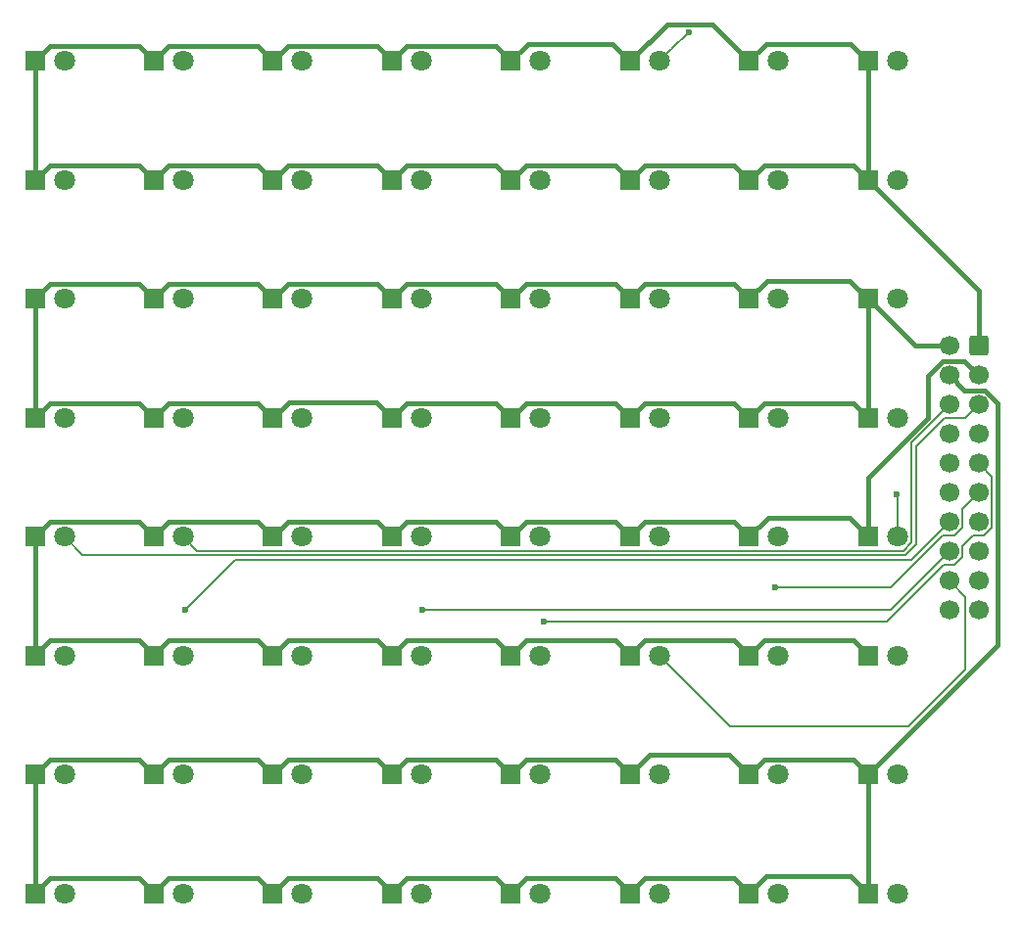
<source format=gbr>
%TF.GenerationSoftware,KiCad,Pcbnew,9.0.6-9.0.6~ubuntu22.04.1*%
%TF.CreationDate,2026-01-06T15:49:18-05:00*%
%TF.ProjectId,Hyperdrift-Grid,48797065-7264-4726-9966-742d47726964,rev?*%
%TF.SameCoordinates,Original*%
%TF.FileFunction,Copper,L2,Bot*%
%TF.FilePolarity,Positive*%
%FSLAX46Y46*%
G04 Gerber Fmt 4.6, Leading zero omitted, Abs format (unit mm)*
G04 Created by KiCad (PCBNEW 9.0.6-9.0.6~ubuntu22.04.1) date 2026-01-06 15:49:18*
%MOMM*%
%LPD*%
G01*
G04 APERTURE LIST*
G04 Aperture macros list*
%AMRoundRect*
0 Rectangle with rounded corners*
0 $1 Rounding radius*
0 $2 $3 $4 $5 $6 $7 $8 $9 X,Y pos of 4 corners*
0 Add a 4 corners polygon primitive as box body*
4,1,4,$2,$3,$4,$5,$6,$7,$8,$9,$2,$3,0*
0 Add four circle primitives for the rounded corners*
1,1,$1+$1,$2,$3*
1,1,$1+$1,$4,$5*
1,1,$1+$1,$6,$7*
1,1,$1+$1,$8,$9*
0 Add four rect primitives between the rounded corners*
20,1,$1+$1,$2,$3,$4,$5,0*
20,1,$1+$1,$4,$5,$6,$7,0*
20,1,$1+$1,$6,$7,$8,$9,0*
20,1,$1+$1,$8,$9,$2,$3,0*%
G04 Aperture macros list end*
%TA.AperFunction,ComponentPad*%
%ADD10C,1.700000*%
%TD*%
%TA.AperFunction,ComponentPad*%
%ADD11RoundRect,0.250000X0.600000X0.600000X-0.600000X0.600000X-0.600000X-0.600000X0.600000X-0.600000X0*%
%TD*%
%TA.AperFunction,ComponentPad*%
%ADD12C,1.800000*%
%TD*%
%TA.AperFunction,ComponentPad*%
%ADD13R,1.800000X1.800000*%
%TD*%
%TA.AperFunction,ViaPad*%
%ADD14C,0.600000*%
%TD*%
%TA.AperFunction,Conductor*%
%ADD15C,0.400000*%
%TD*%
%TA.AperFunction,Conductor*%
%ADD16C,0.200000*%
%TD*%
G04 APERTURE END LIST*
D10*
%TO.P,J1,20,Pin_20*%
%TO.N,SRC_{15}*%
X170627330Y-100500000D03*
%TO.P,J1,19,Pin_19*%
%TO.N,SRC_{14}*%
X173167330Y-100500000D03*
%TO.P,J1,18,Pin_18*%
%TO.N,SRC_{13}*%
X170627330Y-97960000D03*
%TO.P,J1,17,Pin_17*%
%TO.N,SRC_{12}*%
X173167330Y-97960000D03*
%TO.P,J1,16,Pin_16*%
%TO.N,SRC_{11}*%
X170627330Y-95420000D03*
%TO.P,J1,15,Pin_15*%
%TO.N,SRC_{10}*%
X173167330Y-95420000D03*
%TO.P,J1,14,Pin_14*%
%TO.N,SRC_{09}*%
X170627330Y-92880000D03*
%TO.P,J1,13,Pin_13*%
%TO.N,SRC_{08}*%
X173167330Y-92880000D03*
%TO.P,J1,12,Pin_12*%
%TO.N,SRC_{07}*%
X170627330Y-90340000D03*
%TO.P,J1,11,Pin_11*%
%TO.N,SRC_{06}*%
X173167330Y-90340000D03*
%TO.P,J1,10,Pin_10*%
%TO.N,SRC_{05}*%
X170627330Y-87800000D03*
%TO.P,J1,9,Pin_9*%
%TO.N,SRC_{04}*%
X173167330Y-87800000D03*
%TO.P,J1,8,Pin_8*%
%TO.N,SRC_{03}*%
X170627330Y-85260000D03*
%TO.P,J1,7,Pin_7*%
%TO.N,SRC_{02}*%
X173167330Y-85260000D03*
%TO.P,J1,6,Pin_6*%
%TO.N,SRC_{01}*%
X170627330Y-82720000D03*
%TO.P,J1,5,Pin_5*%
%TO.N,SRC_{00}*%
X173167330Y-82720000D03*
%TO.P,J1,4,Pin_4*%
%TO.N,SINK_{03}*%
X170627330Y-80180000D03*
%TO.P,J1,3,Pin_3*%
%TO.N,SINK_{02}*%
X173167330Y-80180000D03*
%TO.P,J1,2,Pin_2*%
%TO.N,SINK_{01}*%
X170627330Y-77640000D03*
D11*
%TO.P,J1,1,Pin_1*%
%TO.N,SINK_{00}*%
X173167330Y-77640000D03*
%TD*%
D12*
%TO.P,D50,2,A*%
%TO.N,SRC_{01}*%
X104453044Y-114714285D03*
D13*
%TO.P,D50,1,K*%
%TO.N,SINK_{03}*%
X101913044Y-114714285D03*
%TD*%
D12*
%TO.P,D17,2,A*%
%TO.N,SRC_{00}*%
X94167330Y-73571428D03*
D13*
%TO.P,D17,1,K*%
%TO.N,SINK_{01}*%
X91627330Y-73571428D03*
%TD*%
D12*
%TO.P,D39,2,A*%
%TO.N,SRC_{06}*%
X155881615Y-94142857D03*
D13*
%TO.P,D39,1,K*%
%TO.N,SINK_{02}*%
X153341615Y-94142857D03*
%TD*%
D12*
%TO.P,D34,2,A*%
%TO.N,SRC_{01}*%
X104453044Y-94142857D03*
D13*
%TO.P,D34,1,K*%
%TO.N,SINK_{02}*%
X101913044Y-94142857D03*
%TD*%
D12*
%TO.P,D31,2,A*%
%TO.N,SRC_{14}*%
X155881615Y-83857142D03*
D13*
%TO.P,D31,1,K*%
%TO.N,SINK_{01}*%
X153341615Y-83857142D03*
%TD*%
D12*
%TO.P,D46,2,A*%
%TO.N,SRC_{13}*%
X145595901Y-104428571D03*
D13*
%TO.P,D46,1,K*%
%TO.N,SINK_{02}*%
X143055901Y-104428571D03*
%TD*%
D12*
%TO.P,D7,2,A*%
%TO.N,SRC_{06}*%
X155881615Y-53000000D03*
D13*
%TO.P,D7,1,K*%
%TO.N,SINK_{00}*%
X153341615Y-53000000D03*
%TD*%
D12*
%TO.P,D16,2,A*%
%TO.N,SRC_{15}*%
X166167330Y-63285714D03*
D13*
%TO.P,D16,1,K*%
%TO.N,SINK_{00}*%
X163627330Y-63285714D03*
%TD*%
D12*
%TO.P,D20,2,A*%
%TO.N,SRC_{03}*%
X125024472Y-73571428D03*
D13*
%TO.P,D20,1,K*%
%TO.N,SINK_{01}*%
X122484472Y-73571428D03*
%TD*%
D12*
%TO.P,D45,2,A*%
%TO.N,SRC_{12}*%
X135310187Y-104428571D03*
D13*
%TO.P,D45,1,K*%
%TO.N,SINK_{02}*%
X132770187Y-104428571D03*
%TD*%
D12*
%TO.P,D47,2,A*%
%TO.N,SRC_{14}*%
X155881615Y-104428571D03*
D13*
%TO.P,D47,1,K*%
%TO.N,SINK_{02}*%
X153341615Y-104428571D03*
%TD*%
D12*
%TO.P,D51,2,A*%
%TO.N,SRC_{02}*%
X114738758Y-114714285D03*
D13*
%TO.P,D51,1,K*%
%TO.N,SINK_{03}*%
X112198758Y-114714285D03*
%TD*%
D12*
%TO.P,D56,2,A*%
%TO.N,SRC_{07}*%
X166167330Y-114714285D03*
D13*
%TO.P,D56,1,K*%
%TO.N,SINK_{03}*%
X163627330Y-114714285D03*
%TD*%
D12*
%TO.P,D3,2,A*%
%TO.N,SRC_{02}*%
X114738758Y-53000000D03*
D13*
%TO.P,D3,1,K*%
%TO.N,SINK_{00}*%
X112198758Y-53000000D03*
%TD*%
D12*
%TO.P,D58,2,A*%
%TO.N,SRC_{09}*%
X104453044Y-125000000D03*
D13*
%TO.P,D58,1,K*%
%TO.N,SINK_{03}*%
X101913044Y-125000000D03*
%TD*%
D12*
%TO.P,D13,2,A*%
%TO.N,SRC_{12}*%
X135310187Y-63285714D03*
D13*
%TO.P,D13,1,K*%
%TO.N,SINK_{00}*%
X132770187Y-63285714D03*
%TD*%
D12*
%TO.P,D25,2,A*%
%TO.N,SRC_{08}*%
X94167330Y-83857142D03*
D13*
%TO.P,D25,1,K*%
%TO.N,SINK_{01}*%
X91627330Y-83857142D03*
%TD*%
D12*
%TO.P,D44,2,A*%
%TO.N,SRC_{11}*%
X125024472Y-104428571D03*
D13*
%TO.P,D44,1,K*%
%TO.N,SINK_{02}*%
X122484472Y-104428571D03*
%TD*%
D12*
%TO.P,D41,2,A*%
%TO.N,SRC_{08}*%
X94167330Y-104428571D03*
D13*
%TO.P,D41,1,K*%
%TO.N,SINK_{02}*%
X91627330Y-104428571D03*
%TD*%
D12*
%TO.P,D48,2,A*%
%TO.N,SRC_{15}*%
X166167330Y-104428571D03*
D13*
%TO.P,D48,1,K*%
%TO.N,SINK_{02}*%
X163627330Y-104428571D03*
%TD*%
%TO.P,D1,1,K*%
%TO.N,SINK_{00}*%
X91627330Y-53000000D03*
D12*
%TO.P,D1,2,A*%
%TO.N,SRC_{00}*%
X94167330Y-53000000D03*
%TD*%
%TO.P,D38,2,A*%
%TO.N,SRC_{05}*%
X145595901Y-94142857D03*
D13*
%TO.P,D38,1,K*%
%TO.N,SINK_{02}*%
X143055901Y-94142857D03*
%TD*%
D12*
%TO.P,D61,2,A*%
%TO.N,SRC_{12}*%
X135310187Y-125000000D03*
D13*
%TO.P,D61,1,K*%
%TO.N,SINK_{03}*%
X132770187Y-125000000D03*
%TD*%
D12*
%TO.P,D15,2,A*%
%TO.N,SRC_{14}*%
X155881615Y-63285714D03*
D13*
%TO.P,D15,1,K*%
%TO.N,SINK_{00}*%
X153341615Y-63285714D03*
%TD*%
D12*
%TO.P,D10,2,A*%
%TO.N,SRC_{09}*%
X104453044Y-63285714D03*
D13*
%TO.P,D10,1,K*%
%TO.N,SINK_{00}*%
X101913044Y-63285714D03*
%TD*%
D12*
%TO.P,D9,2,A*%
%TO.N,SRC_{08}*%
X94167330Y-63285714D03*
D13*
%TO.P,D9,1,K*%
%TO.N,SINK_{00}*%
X91627330Y-63285714D03*
%TD*%
D12*
%TO.P,D2,2,A*%
%TO.N,SRC_{01}*%
X104453044Y-53000000D03*
D13*
%TO.P,D2,1,K*%
%TO.N,SINK_{00}*%
X101913044Y-53000000D03*
%TD*%
D12*
%TO.P,D59,2,A*%
%TO.N,SRC_{10}*%
X114738758Y-125000000D03*
D13*
%TO.P,D59,1,K*%
%TO.N,SINK_{03}*%
X112198758Y-125000000D03*
%TD*%
D12*
%TO.P,D22,2,A*%
%TO.N,SRC_{05}*%
X145595901Y-73571428D03*
D13*
%TO.P,D22,1,K*%
%TO.N,SINK_{01}*%
X143055901Y-73571428D03*
%TD*%
D12*
%TO.P,D8,2,A*%
%TO.N,SRC_{07}*%
X166167330Y-53000000D03*
D13*
%TO.P,D8,1,K*%
%TO.N,SINK_{00}*%
X163627330Y-53000000D03*
%TD*%
D12*
%TO.P,D11,2,A*%
%TO.N,SRC_{10}*%
X114738758Y-63285714D03*
D13*
%TO.P,D11,1,K*%
%TO.N,SINK_{00}*%
X112198758Y-63285714D03*
%TD*%
D12*
%TO.P,D62,2,A*%
%TO.N,SRC_{13}*%
X145595901Y-125000000D03*
D13*
%TO.P,D62,1,K*%
%TO.N,SINK_{03}*%
X143055901Y-125000000D03*
%TD*%
D12*
%TO.P,D53,2,A*%
%TO.N,SRC_{04}*%
X135310187Y-114714285D03*
D13*
%TO.P,D53,1,K*%
%TO.N,SINK_{03}*%
X132770187Y-114714285D03*
%TD*%
D12*
%TO.P,D40,2,A*%
%TO.N,SRC_{07}*%
X166167330Y-94142857D03*
D13*
%TO.P,D40,1,K*%
%TO.N,SINK_{02}*%
X163627330Y-94142857D03*
%TD*%
D12*
%TO.P,D19,2,A*%
%TO.N,SRC_{02}*%
X114738758Y-73571428D03*
D13*
%TO.P,D19,1,K*%
%TO.N,SINK_{01}*%
X112198758Y-73571428D03*
%TD*%
D12*
%TO.P,D28,2,A*%
%TO.N,SRC_{11}*%
X125024472Y-83857142D03*
D13*
%TO.P,D28,1,K*%
%TO.N,SINK_{01}*%
X122484472Y-83857142D03*
%TD*%
D12*
%TO.P,D64,2,A*%
%TO.N,SRC_{15}*%
X166167330Y-125000000D03*
D13*
%TO.P,D64,1,K*%
%TO.N,SINK_{03}*%
X163627330Y-125000000D03*
%TD*%
D12*
%TO.P,D60,2,A*%
%TO.N,SRC_{11}*%
X125024472Y-125000000D03*
D13*
%TO.P,D60,1,K*%
%TO.N,SINK_{03}*%
X122484472Y-125000000D03*
%TD*%
D12*
%TO.P,D26,2,A*%
%TO.N,SRC_{09}*%
X104453044Y-83857142D03*
D13*
%TO.P,D26,1,K*%
%TO.N,SINK_{01}*%
X101913044Y-83857142D03*
%TD*%
D12*
%TO.P,D12,2,A*%
%TO.N,SRC_{11}*%
X125024472Y-63285714D03*
D13*
%TO.P,D12,1,K*%
%TO.N,SINK_{00}*%
X122484472Y-63285714D03*
%TD*%
D12*
%TO.P,D43,2,A*%
%TO.N,SRC_{10}*%
X114738758Y-104428571D03*
D13*
%TO.P,D43,1,K*%
%TO.N,SINK_{02}*%
X112198758Y-104428571D03*
%TD*%
D12*
%TO.P,D57,2,A*%
%TO.N,SRC_{08}*%
X94167330Y-125000000D03*
D13*
%TO.P,D57,1,K*%
%TO.N,SINK_{03}*%
X91627330Y-125000000D03*
%TD*%
D12*
%TO.P,D21,2,A*%
%TO.N,SRC_{04}*%
X135310187Y-73571428D03*
D13*
%TO.P,D21,1,K*%
%TO.N,SINK_{01}*%
X132770187Y-73571428D03*
%TD*%
D12*
%TO.P,D6,2,A*%
%TO.N,SRC_{05}*%
X145595901Y-53000000D03*
D13*
%TO.P,D6,1,K*%
%TO.N,SINK_{00}*%
X143055901Y-53000000D03*
%TD*%
D12*
%TO.P,D14,2,A*%
%TO.N,SRC_{13}*%
X145595901Y-63285714D03*
D13*
%TO.P,D14,1,K*%
%TO.N,SINK_{00}*%
X143055901Y-63285714D03*
%TD*%
D12*
%TO.P,D30,2,A*%
%TO.N,SRC_{13}*%
X145595901Y-83857142D03*
D13*
%TO.P,D30,1,K*%
%TO.N,SINK_{01}*%
X143055901Y-83857142D03*
%TD*%
D12*
%TO.P,D27,2,A*%
%TO.N,SRC_{10}*%
X114738758Y-83857142D03*
D13*
%TO.P,D27,1,K*%
%TO.N,SINK_{01}*%
X112198758Y-83857142D03*
%TD*%
D12*
%TO.P,D4,2,A*%
%TO.N,SRC_{03}*%
X125024472Y-53000000D03*
D13*
%TO.P,D4,1,K*%
%TO.N,SINK_{00}*%
X122484472Y-53000000D03*
%TD*%
D12*
%TO.P,D42,2,A*%
%TO.N,SRC_{09}*%
X104453044Y-104428571D03*
D13*
%TO.P,D42,1,K*%
%TO.N,SINK_{02}*%
X101913044Y-104428571D03*
%TD*%
D12*
%TO.P,D32,2,A*%
%TO.N,SRC_{15}*%
X166167330Y-83857142D03*
D13*
%TO.P,D32,1,K*%
%TO.N,SINK_{01}*%
X163627330Y-83857142D03*
%TD*%
D12*
%TO.P,D33,2,A*%
%TO.N,SRC_{00}*%
X94167330Y-94142857D03*
D13*
%TO.P,D33,1,K*%
%TO.N,SINK_{02}*%
X91627330Y-94142857D03*
%TD*%
D12*
%TO.P,D54,2,A*%
%TO.N,SRC_{05}*%
X145595901Y-114714285D03*
D13*
%TO.P,D54,1,K*%
%TO.N,SINK_{03}*%
X143055901Y-114714285D03*
%TD*%
D12*
%TO.P,D55,2,A*%
%TO.N,SRC_{06}*%
X155881615Y-114714285D03*
D13*
%TO.P,D55,1,K*%
%TO.N,SINK_{03}*%
X153341615Y-114714285D03*
%TD*%
D12*
%TO.P,D52,2,A*%
%TO.N,SRC_{03}*%
X125024472Y-114714285D03*
D13*
%TO.P,D52,1,K*%
%TO.N,SINK_{03}*%
X122484472Y-114714285D03*
%TD*%
D12*
%TO.P,D18,2,A*%
%TO.N,SRC_{01}*%
X104453044Y-73571428D03*
D13*
%TO.P,D18,1,K*%
%TO.N,SINK_{01}*%
X101913044Y-73571428D03*
%TD*%
D12*
%TO.P,D63,2,A*%
%TO.N,SRC_{14}*%
X155881615Y-125000000D03*
D13*
%TO.P,D63,1,K*%
%TO.N,SINK_{03}*%
X153341615Y-125000000D03*
%TD*%
D12*
%TO.P,D37,2,A*%
%TO.N,SRC_{04}*%
X135310187Y-94142857D03*
D13*
%TO.P,D37,1,K*%
%TO.N,SINK_{02}*%
X132770187Y-94142857D03*
%TD*%
D12*
%TO.P,D36,2,A*%
%TO.N,SRC_{03}*%
X125024472Y-94142857D03*
D13*
%TO.P,D36,1,K*%
%TO.N,SINK_{02}*%
X122484472Y-94142857D03*
%TD*%
D12*
%TO.P,D23,2,A*%
%TO.N,SRC_{06}*%
X155881615Y-73571428D03*
D13*
%TO.P,D23,1,K*%
%TO.N,SINK_{01}*%
X153341615Y-73571428D03*
%TD*%
D12*
%TO.P,D5,2,A*%
%TO.N,SRC_{04}*%
X135310187Y-53000000D03*
D13*
%TO.P,D5,1,K*%
%TO.N,SINK_{00}*%
X132770187Y-53000000D03*
%TD*%
D12*
%TO.P,D35,2,A*%
%TO.N,SRC_{02}*%
X114738758Y-94142857D03*
D13*
%TO.P,D35,1,K*%
%TO.N,SINK_{02}*%
X112198758Y-94142857D03*
%TD*%
D12*
%TO.P,D29,2,A*%
%TO.N,SRC_{12}*%
X135310187Y-83857142D03*
D13*
%TO.P,D29,1,K*%
%TO.N,SINK_{01}*%
X132770187Y-83857142D03*
%TD*%
D12*
%TO.P,D24,2,A*%
%TO.N,SRC_{07}*%
X166167330Y-73571428D03*
D13*
%TO.P,D24,1,K*%
%TO.N,SINK_{01}*%
X163627330Y-73571428D03*
%TD*%
D12*
%TO.P,D49,2,A*%
%TO.N,SRC_{00}*%
X94167330Y-114714285D03*
D13*
%TO.P,D49,1,K*%
%TO.N,SINK_{03}*%
X91627330Y-114714285D03*
%TD*%
D14*
%TO.N,SRC_{11}*%
X125127330Y-100500000D03*
%TO.N,SRC_{09}*%
X104627330Y-100500000D03*
%TO.N,SRC_{07}*%
X166127330Y-90500000D03*
%TO.N,SRC_{06}*%
X155627330Y-98500000D03*
%TO.N,SRC_{04}*%
X135627330Y-101500000D03*
%TO.N,SRC_{05}*%
X148127330Y-50500000D03*
%TD*%
D15*
%TO.N,SINK_{03}*%
X123785472Y-123699000D02*
X131469187Y-123699000D01*
%TO.N,SINK_{01}*%
X100612044Y-72270428D02*
X101913044Y-73571428D01*
%TO.N,SINK_{00}*%
X110897758Y-61984714D02*
X112198758Y-63285714D01*
%TO.N,SINK_{02}*%
X122484472Y-104428571D02*
X123785472Y-103127571D01*
%TO.N,SINK_{00}*%
X121183472Y-61984714D02*
X122484472Y-63285714D01*
%TO.N,SINK_{01}*%
X101913044Y-83857142D02*
X103214044Y-82556142D01*
%TO.N,SINK_{03}*%
X153341615Y-114714285D02*
X151627330Y-113000000D01*
%TO.N,SINK_{02}*%
X152040615Y-92841857D02*
X153341615Y-94142857D01*
%TO.N,SINK_{00}*%
X132770187Y-63285714D02*
X134071187Y-61984714D01*
X173167330Y-72825714D02*
X163627330Y-63285714D01*
X123785472Y-51699000D02*
X131469187Y-51699000D01*
%TO.N,SINK_{03}*%
X113499758Y-113413285D02*
X121183472Y-113413285D01*
D16*
%TO.N,SRC_{09}*%
X108981473Y-96145857D02*
X104627330Y-100500000D01*
D15*
%TO.N,SINK_{03}*%
X154841615Y-123500000D02*
X153341615Y-125000000D01*
%TO.N,SINK_{00}*%
X122484472Y-63285714D02*
X123785472Y-61984714D01*
%TO.N,SINK_{02}*%
X92928330Y-92841857D02*
X100612044Y-92841857D01*
%TO.N,SINK_{01}*%
X121183472Y-72270428D02*
X122484472Y-73571428D01*
X113555900Y-82500000D02*
X121127330Y-82500000D01*
D16*
%TO.N,SRC_{07}*%
X166167330Y-90540000D02*
X166167330Y-94142857D01*
D15*
%TO.N,SINK_{02}*%
X121183472Y-103127571D02*
X122484472Y-104428571D01*
%TO.N,SINK_{01}*%
X141754901Y-72270428D02*
X143055901Y-73571428D01*
%TO.N,SINK_{02}*%
X153341615Y-94142857D02*
X154984472Y-92500000D01*
%TO.N,SINK_{01}*%
X110897758Y-82556142D02*
X112198758Y-83857142D01*
%TO.N,SINK_{03}*%
X121183472Y-113413285D02*
X122484472Y-114714285D01*
%TO.N,SINK_{00}*%
X100612044Y-51699000D02*
X101913044Y-53000000D01*
%TO.N,SINK_{02}*%
X143055901Y-94142857D02*
X144356901Y-92841857D01*
%TO.N,SINK_{01}*%
X162055902Y-72000000D02*
X154913043Y-72000000D01*
X144356901Y-72270428D02*
X152040615Y-72270428D01*
%TO.N,SINK_{02}*%
X163627330Y-89000000D02*
X168775330Y-83852000D01*
D16*
%TO.N,SRC_{09}*%
X167361473Y-96145857D02*
X108981473Y-96145857D01*
D15*
%TO.N,SINK_{01}*%
X131469187Y-72270428D02*
X132770187Y-73571428D01*
%TO.N,SINK_{00}*%
X143055901Y-63285714D02*
X144356901Y-61984714D01*
%TO.N,SINK_{03}*%
X162127330Y-123500000D02*
X154841615Y-123500000D01*
%TO.N,SINK_{00}*%
X162127330Y-51500000D02*
X154841615Y-51500000D01*
%TO.N,SINK_{01}*%
X100612044Y-82556142D02*
X101913044Y-83857142D01*
%TO.N,SINK_{03}*%
X152040615Y-123699000D02*
X153341615Y-125000000D01*
X113499758Y-123699000D02*
X121183472Y-123699000D01*
%TO.N,SINK_{00}*%
X162326330Y-61984714D02*
X163627330Y-63285714D01*
%TO.N,SINK_{01}*%
X112198758Y-73571428D02*
X113499758Y-72270428D01*
%TO.N,SINK_{00}*%
X154642615Y-61984714D02*
X162326330Y-61984714D01*
%TO.N,SINK_{02}*%
X132770187Y-94142857D02*
X134071187Y-92841857D01*
%TO.N,SINK_{00}*%
X113499758Y-51699000D02*
X121183472Y-51699000D01*
X123785472Y-61984714D02*
X131469187Y-61984714D01*
X173167330Y-77640000D02*
X173167330Y-72825714D01*
%TO.N,SINK_{03}*%
X151627330Y-113000000D02*
X144770186Y-113000000D01*
%TO.N,SINK_{00}*%
X152040615Y-61984714D02*
X153341615Y-63285714D01*
%TO.N,SINK_{03}*%
X143055901Y-114714285D02*
X141754901Y-113413285D01*
%TO.N,SINK_{00}*%
X150140614Y-49799000D02*
X153341615Y-53000000D01*
X146256901Y-49799000D02*
X150140614Y-49799000D01*
%TO.N,SINK_{01}*%
X91627330Y-73571428D02*
X92928330Y-72270428D01*
D16*
%TO.N,SRC_{06}*%
X165574430Y-98500000D02*
X155627330Y-98500000D01*
D15*
%TO.N,SINK_{03}*%
X163627330Y-114714285D02*
X174819330Y-103522286D01*
X100612044Y-123699000D02*
X101913044Y-125000000D01*
D16*
%TO.N,SRC_{01}*%
X167368330Y-94640328D02*
X166664801Y-95343857D01*
D15*
%TO.N,SINK_{03}*%
X101913044Y-125000000D02*
X103214044Y-123699000D01*
X163627330Y-125000000D02*
X163627330Y-114714285D01*
%TO.N,SINK_{01}*%
X122484472Y-73571428D02*
X123785472Y-72270428D01*
%TO.N,SINK_{00}*%
X92928330Y-61984714D02*
X100612044Y-61984714D01*
%TO.N,SINK_{01}*%
X154913043Y-72000000D02*
X153341615Y-73571428D01*
%TO.N,SINK_{03}*%
X123785472Y-113413285D02*
X131469187Y-113413285D01*
X122484472Y-114714285D02*
X123785472Y-113413285D01*
X91627330Y-114714285D02*
X92928330Y-113413285D01*
X112198758Y-125000000D02*
X113499758Y-123699000D01*
%TO.N,SINK_{01}*%
X123785472Y-82556142D02*
X131469187Y-82556142D01*
%TO.N,SINK_{03}*%
X163627330Y-125000000D02*
X162127330Y-123500000D01*
%TO.N,SINK_{01}*%
X103214044Y-82556142D02*
X110897758Y-82556142D01*
%TO.N,SINK_{00}*%
X91627330Y-63285714D02*
X92928330Y-61984714D01*
%TO.N,SINK_{01}*%
X152040615Y-72270428D02*
X153341615Y-73571428D01*
%TO.N,SINK_{02}*%
X91627330Y-94142857D02*
X92928330Y-92841857D01*
X122484472Y-94142857D02*
X123785472Y-92841857D01*
%TO.N,SINK_{03}*%
X131469187Y-123699000D02*
X132770187Y-125000000D01*
%TO.N,SINK_{02}*%
X101913044Y-94142857D02*
X103214044Y-92841857D01*
D16*
%TO.N,SRC_{13}*%
X151667330Y-110500000D02*
X145595901Y-104428571D01*
D15*
%TO.N,SINK_{03}*%
X91627330Y-125000000D02*
X92928330Y-123699000D01*
%TO.N,SINK_{00}*%
X134071187Y-61984714D02*
X141754901Y-61984714D01*
%TO.N,SINK_{03}*%
X92928330Y-123699000D02*
X100612044Y-123699000D01*
%TO.N,SINK_{02}*%
X134071187Y-92841857D02*
X141754901Y-92841857D01*
X132770187Y-104428571D02*
X134071187Y-103127571D01*
%TO.N,SINK_{01}*%
X101913044Y-73571428D02*
X103214044Y-72270428D01*
%TO.N,SINK_{03}*%
X100612044Y-113413285D02*
X101913044Y-114714285D01*
%TO.N,SINK_{02}*%
X110897758Y-92841857D02*
X112198758Y-94142857D01*
%TO.N,SINK_{00}*%
X92928330Y-51699000D02*
X100612044Y-51699000D01*
D16*
%TO.N,SRC_{06}*%
X171104090Y-94031000D02*
X170043430Y-94031000D01*
D15*
%TO.N,SINK_{00}*%
X132770187Y-53000000D02*
X134270187Y-51500000D01*
%TO.N,SINK_{01}*%
X110897758Y-72270428D02*
X112198758Y-73571428D01*
%TO.N,SINK_{03}*%
X110897758Y-123699000D02*
X112198758Y-125000000D01*
%TO.N,SINK_{02}*%
X144356901Y-103127571D02*
X152040615Y-103127571D01*
X154984472Y-92500000D02*
X161984473Y-92500000D01*
%TO.N,SINK_{00}*%
X110897758Y-51699000D02*
X112198758Y-53000000D01*
%TO.N,SINK_{01}*%
X103214044Y-72270428D02*
X110897758Y-72270428D01*
D16*
%TO.N,SRC_{05}*%
X146611615Y-51984285D02*
X145595901Y-53000000D01*
D15*
%TO.N,SINK_{02}*%
X91627330Y-94142857D02*
X91627330Y-104428571D01*
%TO.N,SINK_{01}*%
X163627330Y-73571428D02*
X162055902Y-72000000D01*
D16*
%TO.N,SRC_{00}*%
X167769330Y-94806428D02*
X166830901Y-95744857D01*
D15*
%TO.N,SINK_{02}*%
X112198758Y-94142857D02*
X113499758Y-92841857D01*
D16*
%TO.N,SRC_{04}*%
X165221570Y-101500000D02*
X135627330Y-101500000D01*
X173644090Y-94031000D02*
X172690570Y-94031000D01*
D15*
%TO.N,SINK_{01}*%
X143055901Y-83857142D02*
X144356901Y-82556142D01*
X121127330Y-82500000D02*
X122484472Y-83857142D01*
X153341615Y-83857142D02*
X154642615Y-82556142D01*
D16*
%TO.N,SRC_{13}*%
X172016330Y-105611000D02*
X167127330Y-110500000D01*
D15*
%TO.N,SINK_{01}*%
X112198758Y-83857142D02*
X113555900Y-82500000D01*
D16*
%TO.N,SRC_{07}*%
X166127330Y-90500000D02*
X166167330Y-90540000D01*
D15*
%TO.N,SINK_{03}*%
X112198758Y-114714285D02*
X113499758Y-113413285D01*
%TO.N,SINK_{02}*%
X121183472Y-92841857D02*
X122484472Y-94142857D01*
%TO.N,SINK_{01}*%
X154642615Y-82556142D02*
X162326330Y-82556142D01*
%TO.N,SINK_{03}*%
X91627330Y-114714285D02*
X91627330Y-125000000D01*
D16*
%TO.N,SRC_{13}*%
X172016330Y-99349000D02*
X172016330Y-105611000D01*
%TO.N,SRC_{00}*%
X167769330Y-86358000D02*
X167769330Y-94806428D01*
D15*
%TO.N,SINK_{03}*%
X92928330Y-113413285D02*
X100612044Y-113413285D01*
X103214044Y-113413285D02*
X110897758Y-113413285D01*
X110897758Y-113413285D02*
X112198758Y-114714285D01*
X174819330Y-103522286D02*
X174819330Y-82602818D01*
%TO.N,SINK_{02}*%
X143055901Y-104428571D02*
X144356901Y-103127571D01*
D16*
%TO.N,SRC_{09}*%
X170627330Y-92880000D02*
X167361473Y-96145857D01*
D15*
%TO.N,SINK_{01}*%
X170627330Y-77640000D02*
X167695902Y-77640000D01*
X91627330Y-83857142D02*
X92928330Y-82556142D01*
D16*
%TO.N,SRC_{00}*%
X166830901Y-95744857D02*
X95769330Y-95744857D01*
%TO.N,SRC_{04}*%
X171778330Y-94943240D02*
X171778330Y-95896760D01*
X171104090Y-96571000D02*
X170150570Y-96571000D01*
X174318330Y-93356760D02*
X173644090Y-94031000D01*
D15*
%TO.N,SINK_{01}*%
X141754901Y-82556142D02*
X143055901Y-83857142D01*
%TO.N,SINK_{03}*%
X101913044Y-114714285D02*
X103214044Y-113413285D01*
D16*
%TO.N,SRC_{00}*%
X95769330Y-95744857D02*
X94167330Y-94142857D01*
%TO.N,SRC_{04}*%
X174318330Y-88951000D02*
X174318330Y-93356760D01*
X170150570Y-96571000D02*
X165221570Y-101500000D01*
X173167330Y-87800000D02*
X174318330Y-88951000D01*
D15*
%TO.N,SINK_{03}*%
X141754901Y-113413285D02*
X134071187Y-113413285D01*
%TO.N,SINK_{02}*%
X154642615Y-103127571D02*
X162326330Y-103127571D01*
X162326330Y-103127571D02*
X163627330Y-104428571D01*
X153341615Y-104428571D02*
X154642615Y-103127571D01*
%TO.N,SINK_{00}*%
X163627330Y-53000000D02*
X162127330Y-51500000D01*
D16*
%TO.N,SRC_{06}*%
X171778330Y-93356760D02*
X171104090Y-94031000D01*
D15*
%TO.N,SINK_{00}*%
X112198758Y-53000000D02*
X113499758Y-51699000D01*
X163627330Y-63285714D02*
X163627330Y-53000000D01*
%TO.N,SINK_{02}*%
X171916330Y-78929000D02*
X173167330Y-80180000D01*
D16*
%TO.N,SRC_{00}*%
X173167330Y-82720000D02*
X172016330Y-83871000D01*
D15*
%TO.N,SINK_{02}*%
X123785472Y-103127571D02*
X131469187Y-103127571D01*
%TO.N,SINK_{01}*%
X91627330Y-83857142D02*
X91627330Y-73571428D01*
%TO.N,SINK_{03}*%
X134071187Y-113413285D02*
X132770187Y-114714285D01*
D16*
%TO.N,SRC_{06}*%
X173167330Y-90340000D02*
X171778330Y-91729000D01*
D15*
%TO.N,SINK_{01}*%
X122484472Y-83857142D02*
X123785472Y-82556142D01*
D16*
%TO.N,SRC_{01}*%
X166664801Y-95343857D02*
X105654044Y-95343857D01*
D15*
%TO.N,SINK_{02}*%
X141754901Y-92841857D02*
X143055901Y-94142857D01*
X91627330Y-104428571D02*
X92928330Y-103127571D01*
%TO.N,SINK_{01}*%
X143055901Y-73571428D02*
X144356901Y-72270428D01*
%TO.N,SINK_{00}*%
X153341615Y-63285714D02*
X154642615Y-61984714D01*
D16*
%TO.N,SRC_{13}*%
X170627330Y-97960000D02*
X172016330Y-99349000D01*
%TO.N,SRC_{00}*%
X172016330Y-83871000D02*
X170256330Y-83871000D01*
D15*
%TO.N,SINK_{03}*%
X171916330Y-81469000D02*
X170627330Y-80180000D01*
%TO.N,SINK_{02}*%
X103214044Y-103127571D02*
X110897758Y-103127571D01*
%TO.N,SINK_{03}*%
X154642615Y-113413285D02*
X153341615Y-114714285D01*
%TO.N,SINK_{00}*%
X112198758Y-63285714D02*
X113499758Y-61984714D01*
%TO.N,SINK_{03}*%
X103214044Y-123699000D02*
X110897758Y-123699000D01*
%TO.N,SINK_{01}*%
X132770187Y-83857142D02*
X134071187Y-82556142D01*
%TO.N,SINK_{02}*%
X110897758Y-103127571D02*
X112198758Y-104428571D01*
%TO.N,SINK_{01}*%
X152040615Y-82556142D02*
X153341615Y-83857142D01*
D16*
%TO.N,SRC_{06}*%
X170043430Y-94031000D02*
X165574430Y-98500000D01*
D15*
%TO.N,SINK_{02}*%
X168775330Y-83852000D02*
X168775330Y-80262818D01*
%TO.N,SINK_{03}*%
X144356901Y-123699000D02*
X152040615Y-123699000D01*
%TO.N,SINK_{01}*%
X134071187Y-82556142D02*
X141754901Y-82556142D01*
%TO.N,SINK_{03}*%
X143055901Y-125000000D02*
X144356901Y-123699000D01*
%TO.N,SINK_{02}*%
X141754901Y-103127571D02*
X143055901Y-104428571D01*
X92928330Y-103127571D02*
X100612044Y-103127571D01*
D16*
%TO.N,SRC_{05}*%
X146643045Y-51984285D02*
X148127330Y-50500000D01*
D15*
%TO.N,SINK_{03}*%
X122484472Y-125000000D02*
X123785472Y-123699000D01*
%TO.N,SINK_{02}*%
X113499758Y-92841857D02*
X121183472Y-92841857D01*
%TO.N,SINK_{03}*%
X144770186Y-113000000D02*
X143055901Y-114714285D01*
%TO.N,SINK_{02}*%
X112198758Y-104428571D02*
X113499758Y-103127571D01*
D16*
%TO.N,SRC_{04}*%
X172690570Y-94031000D02*
X171778330Y-94943240D01*
X171778330Y-95896760D02*
X171104090Y-96571000D01*
%TO.N,SRC_{11}*%
X165547330Y-100500000D02*
X125127330Y-100500000D01*
D15*
%TO.N,SINK_{00}*%
X141555901Y-51500000D02*
X143055901Y-53000000D01*
D16*
%TO.N,SRC_{06}*%
X171778330Y-91729000D02*
X171778330Y-93356760D01*
D15*
%TO.N,SINK_{02}*%
X163627330Y-94142857D02*
X163627330Y-89000000D01*
%TO.N,SINK_{00}*%
X134270187Y-51500000D02*
X141555901Y-51500000D01*
X101913044Y-53000000D02*
X103214044Y-51699000D01*
D16*
%TO.N,SRC_{01}*%
X105654044Y-95343857D02*
X104453044Y-94142857D01*
D15*
%TO.N,SINK_{01}*%
X144356901Y-82556142D02*
X152040615Y-82556142D01*
%TO.N,SINK_{00}*%
X91627330Y-63285714D02*
X91627330Y-53000000D01*
X143055901Y-53000000D02*
X146256901Y-49799000D01*
%TO.N,SINK_{02}*%
X113499758Y-103127571D02*
X121183472Y-103127571D01*
X100612044Y-92841857D02*
X101913044Y-94142857D01*
%TO.N,SINK_{03}*%
X134071187Y-123699000D02*
X141754901Y-123699000D01*
%TO.N,SINK_{02}*%
X100612044Y-103127571D02*
X101913044Y-104428571D01*
%TO.N,SINK_{03}*%
X141754901Y-123699000D02*
X143055901Y-125000000D01*
%TO.N,SINK_{02}*%
X161984473Y-92500000D02*
X163627330Y-94142857D01*
%TO.N,SINK_{01}*%
X163627330Y-73571428D02*
X163627330Y-83857142D01*
%TO.N,SINK_{02}*%
X170109148Y-78929000D02*
X171916330Y-78929000D01*
D16*
%TO.N,SRC_{11}*%
X170627330Y-95420000D02*
X165547330Y-100500000D01*
D15*
%TO.N,SINK_{02}*%
X152040615Y-103127571D02*
X153341615Y-104428571D01*
%TO.N,SINK_{01}*%
X123785472Y-72270428D02*
X131469187Y-72270428D01*
X134071187Y-72270428D02*
X141754901Y-72270428D01*
%TO.N,SINK_{00}*%
X101913044Y-63285714D02*
X103214044Y-61984714D01*
%TO.N,SINK_{02}*%
X103214044Y-92841857D02*
X110897758Y-92841857D01*
%TO.N,SINK_{03}*%
X173685512Y-81469000D02*
X171916330Y-81469000D01*
%TO.N,SINK_{02}*%
X168775330Y-80262818D02*
X170109148Y-78929000D01*
%TO.N,SINK_{03}*%
X132770187Y-125000000D02*
X134071187Y-123699000D01*
D16*
%TO.N,SRC_{00}*%
X170256330Y-83871000D02*
X167769330Y-86358000D01*
D15*
%TO.N,SINK_{02}*%
X144356901Y-92841857D02*
X152040615Y-92841857D01*
%TO.N,SINK_{03}*%
X174819330Y-82602818D02*
X173685512Y-81469000D01*
D16*
%TO.N,SRC_{05}*%
X146611615Y-51984285D02*
X146643045Y-51984285D01*
D15*
%TO.N,SINK_{02}*%
X123785472Y-92841857D02*
X131469187Y-92841857D01*
%TO.N,SINK_{00}*%
X103214044Y-61984714D02*
X110897758Y-61984714D01*
%TO.N,SINK_{02}*%
X131469187Y-103127571D02*
X132770187Y-104428571D01*
%TO.N,SINK_{00}*%
X121183472Y-51699000D02*
X122484472Y-53000000D01*
%TO.N,SINK_{02}*%
X101913044Y-104428571D02*
X103214044Y-103127571D01*
%TO.N,SINK_{01}*%
X92928330Y-72270428D02*
X100612044Y-72270428D01*
%TO.N,SINK_{00}*%
X144356901Y-61984714D02*
X152040615Y-61984714D01*
X91627330Y-53000000D02*
X92928330Y-51699000D01*
%TO.N,SINK_{01}*%
X113499758Y-72270428D02*
X121183472Y-72270428D01*
%TO.N,SINK_{00}*%
X131469187Y-61984714D02*
X132770187Y-63285714D01*
X122484472Y-53000000D02*
X123785472Y-51699000D01*
X141754901Y-61984714D02*
X143055901Y-63285714D01*
%TO.N,SINK_{01}*%
X132770187Y-73571428D02*
X134071187Y-72270428D01*
X131469187Y-82556142D02*
X132770187Y-83857142D01*
%TO.N,SINK_{00}*%
X103214044Y-51699000D02*
X110897758Y-51699000D01*
D16*
%TO.N,SRC_{01}*%
X170627330Y-82720000D02*
X167368330Y-85979000D01*
X167368330Y-85979000D02*
X167368330Y-94640328D01*
D15*
%TO.N,SINK_{01}*%
X162326330Y-82556142D02*
X163627330Y-83857142D01*
%TO.N,SINK_{03}*%
X121183472Y-123699000D02*
X122484472Y-125000000D01*
X162326330Y-113413285D02*
X154642615Y-113413285D01*
%TO.N,SINK_{02}*%
X131469187Y-92841857D02*
X132770187Y-94142857D01*
X134071187Y-103127571D02*
X141754901Y-103127571D01*
%TO.N,SINK_{01}*%
X167695902Y-77640000D02*
X163627330Y-73571428D01*
%TO.N,SINK_{00}*%
X131469187Y-51699000D02*
X132770187Y-53000000D01*
X100612044Y-61984714D02*
X101913044Y-63285714D01*
%TO.N,SINK_{03}*%
X163627330Y-114714285D02*
X162326330Y-113413285D01*
%TO.N,SINK_{00}*%
X113499758Y-61984714D02*
X121183472Y-61984714D01*
X154841615Y-51500000D02*
X153341615Y-53000000D01*
D16*
%TO.N,SRC_{13}*%
X167127330Y-110500000D02*
X151667330Y-110500000D01*
D15*
%TO.N,SINK_{03}*%
X131469187Y-113413285D02*
X132770187Y-114714285D01*
%TO.N,SINK_{01}*%
X92928330Y-82556142D02*
X100612044Y-82556142D01*
%TD*%
M02*

</source>
